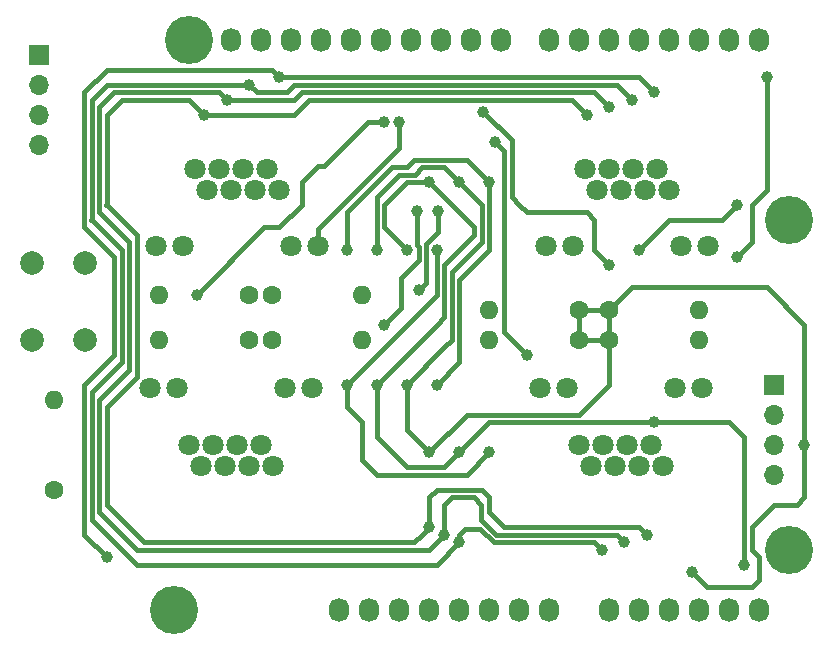
<source format=gbr>
G04 #@! TF.FileFunction,Copper,L1,Top,Signal*
%FSLAX46Y46*%
G04 Gerber Fmt 4.6, Leading zero omitted, Abs format (unit mm)*
G04 Created by KiCad (PCBNEW 4.0.6) date 12/30/17 02:29:20*
%MOMM*%
%LPD*%
G01*
G04 APERTURE LIST*
%ADD10C,0.100000*%
%ADD11O,1.727200X2.032000*%
%ADD12C,4.064000*%
%ADD13R,1.700000X1.700000*%
%ADD14O,1.700000X1.700000*%
%ADD15C,1.800000*%
%ADD16C,1.600000*%
%ADD17O,1.600000X1.600000*%
%ADD18C,2.000000*%
%ADD19C,1.000000*%
%ADD20C,0.400000*%
G04 APERTURE END LIST*
D10*
D11*
X138938000Y-123825000D03*
X141478000Y-123825000D03*
X144018000Y-123825000D03*
X146558000Y-123825000D03*
X149098000Y-123825000D03*
X151638000Y-123825000D03*
X154178000Y-123825000D03*
X156718000Y-123825000D03*
X161798000Y-123825000D03*
X164338000Y-123825000D03*
X166878000Y-123825000D03*
X169418000Y-123825000D03*
X171958000Y-123825000D03*
X174498000Y-123825000D03*
X129794000Y-75565000D03*
X132334000Y-75565000D03*
X134874000Y-75565000D03*
X137414000Y-75565000D03*
X139954000Y-75565000D03*
X142494000Y-75565000D03*
X145034000Y-75565000D03*
X147574000Y-75565000D03*
X150114000Y-75565000D03*
X152654000Y-75565000D03*
X156718000Y-75565000D03*
X159258000Y-75565000D03*
X161798000Y-75565000D03*
X164338000Y-75565000D03*
X166878000Y-75565000D03*
X169418000Y-75565000D03*
X171958000Y-75565000D03*
X174498000Y-75565000D03*
D12*
X124968000Y-123825000D03*
X177038000Y-118745000D03*
X126238000Y-75565000D03*
X177038000Y-90805000D03*
D13*
X175768000Y-104775000D03*
D14*
X175768000Y-107315000D03*
X175768000Y-109855000D03*
X175768000Y-112395000D03*
D15*
X132838000Y-86485000D03*
X133858000Y-88265000D03*
X130798000Y-86485000D03*
X131818000Y-88265000D03*
X128758000Y-86485000D03*
X129778000Y-88265000D03*
X126718000Y-86485000D03*
X127738000Y-88265000D03*
X134858000Y-93075000D03*
X137148000Y-93075000D03*
X123428000Y-93075000D03*
X125718000Y-93075000D03*
X127258000Y-111635000D03*
X126238000Y-109855000D03*
X129298000Y-111635000D03*
X128278000Y-109855000D03*
X131338000Y-111635000D03*
X130318000Y-109855000D03*
X133378000Y-111635000D03*
X132358000Y-109855000D03*
X125238000Y-105045000D03*
X122948000Y-105045000D03*
X136668000Y-105045000D03*
X134378000Y-105045000D03*
X160278000Y-111635000D03*
X159258000Y-109855000D03*
X162318000Y-111635000D03*
X161298000Y-109855000D03*
X164358000Y-111635000D03*
X163338000Y-109855000D03*
X166398000Y-111635000D03*
X165378000Y-109855000D03*
X158258000Y-105045000D03*
X155968000Y-105045000D03*
X169688000Y-105045000D03*
X167398000Y-105045000D03*
X165858000Y-86485000D03*
X166878000Y-88265000D03*
X163818000Y-86485000D03*
X164838000Y-88265000D03*
X161778000Y-86485000D03*
X162798000Y-88265000D03*
X159738000Y-86485000D03*
X160758000Y-88265000D03*
X167878000Y-93075000D03*
X170168000Y-93075000D03*
X156448000Y-93075000D03*
X158738000Y-93075000D03*
D13*
X113538000Y-76835000D03*
D14*
X113538000Y-79375000D03*
X113538000Y-81915000D03*
X113538000Y-84455000D03*
D16*
X114808000Y-113665000D03*
D17*
X114808000Y-106045000D03*
D16*
X131318000Y-97155000D03*
D17*
X123698000Y-97155000D03*
D16*
X133223000Y-97155000D03*
D17*
X140843000Y-97155000D03*
D16*
X133223000Y-100965000D03*
D17*
X140843000Y-100965000D03*
D16*
X131318000Y-100965000D03*
D17*
X123698000Y-100965000D03*
D16*
X161798000Y-100965000D03*
D17*
X169418000Y-100965000D03*
D16*
X159258000Y-100965000D03*
D17*
X151638000Y-100965000D03*
D16*
X159258000Y-98425000D03*
D17*
X151638000Y-98425000D03*
D16*
X161798000Y-98425000D03*
D17*
X169418000Y-98425000D03*
D18*
X117403000Y-100965000D03*
X112903000Y-100965000D03*
X117403000Y-94465000D03*
X112903000Y-94465000D03*
D19*
X168783000Y-120650000D03*
X178308000Y-109855000D03*
X142113000Y-93345000D03*
X146558000Y-110490000D03*
X149098000Y-87630000D03*
X144653000Y-104775000D03*
X147193000Y-93345000D03*
X151638000Y-110490000D03*
X139573000Y-104775000D03*
X139573000Y-93345000D03*
X151638000Y-87630000D03*
X147193000Y-104775000D03*
X173228000Y-120015000D03*
X165608000Y-107950000D03*
X144653000Y-93345000D03*
X149098000Y-110490000D03*
X146558000Y-87630000D03*
X142113000Y-104775000D03*
X161798000Y-94615000D03*
X151130000Y-81661000D03*
X152146000Y-84201000D03*
X154813000Y-102235000D03*
X164338000Y-93345000D03*
X172593000Y-89535000D03*
X172593000Y-93980000D03*
X175133000Y-78740000D03*
X126873000Y-97155000D03*
X142748000Y-82550000D03*
X145669000Y-96774000D03*
X147320000Y-90043000D03*
X144018000Y-82550000D03*
X142748000Y-99695000D03*
X145542000Y-90043000D03*
X119253000Y-119380000D03*
X133858000Y-78740000D03*
X165608000Y-80010000D03*
X149098000Y-118110000D03*
X131318000Y-79375000D03*
X163703000Y-80645000D03*
X161163000Y-118745000D03*
X147828000Y-117475000D03*
X129413000Y-80645000D03*
X161798000Y-81280000D03*
X163068000Y-118110000D03*
X127508000Y-81915000D03*
X159893000Y-81915000D03*
X164973000Y-117475000D03*
X146558000Y-116840000D03*
D20*
X161798000Y-100965000D02*
X161798000Y-104775000D01*
X149733000Y-107315000D02*
X146558000Y-110490000D01*
X159258000Y-107315000D02*
X149733000Y-107315000D01*
X161798000Y-104775000D02*
X159258000Y-107315000D01*
X146558000Y-86360000D02*
X145957998Y-86360000D01*
X145322998Y-86995000D02*
X144018000Y-86995000D01*
X145957998Y-86360000D02*
X145322998Y-86995000D01*
X159258000Y-98425000D02*
X161798000Y-98425000D01*
X178308000Y-109855000D02*
X178308000Y-99695000D01*
X178308000Y-99695000D02*
X175133000Y-96520000D01*
X175133000Y-96520000D02*
X163703000Y-96520000D01*
X163703000Y-96520000D02*
X161798000Y-98425000D01*
X168783000Y-120650000D02*
X170053000Y-121920000D01*
X170053000Y-121920000D02*
X173863000Y-121920000D01*
X173863000Y-121920000D02*
X174498000Y-121285000D01*
X174498000Y-121285000D02*
X174498000Y-119380000D01*
X174498000Y-119380000D02*
X173863000Y-118745000D01*
X173863000Y-118745000D02*
X173863000Y-116840000D01*
X173863000Y-116840000D02*
X175768000Y-114935000D01*
X175768000Y-114935000D02*
X177673000Y-114935000D01*
X177673000Y-114935000D02*
X178308000Y-114300000D01*
X178308000Y-114300000D02*
X178308000Y-109855000D01*
X161798000Y-98425000D02*
X161798000Y-100965000D01*
X159258000Y-100965000D02*
X161798000Y-100965000D01*
X159258000Y-98425000D02*
X159258000Y-100965000D01*
X142113000Y-93345000D02*
X142113000Y-88900000D01*
X142113000Y-88900000D02*
X144018000Y-86995000D01*
X147828000Y-86360000D02*
X149098000Y-87630000D01*
X146558000Y-86360000D02*
X147828000Y-86360000D01*
X144653000Y-104775000D02*
X144653000Y-107950000D01*
X144653000Y-108585000D02*
X146558000Y-110490000D01*
X144653000Y-107950000D02*
X144653000Y-108585000D01*
X148463000Y-95250000D02*
X148463000Y-100965000D01*
X151003000Y-89535000D02*
X151003000Y-92710000D01*
X151003000Y-92710000D02*
X148463000Y-95250000D01*
X147828000Y-101600000D02*
X144653000Y-104775000D01*
X149098000Y-87630000D02*
X151003000Y-89535000D01*
X148463000Y-100965000D02*
X147828000Y-101600000D01*
X147193000Y-93345000D02*
X147193000Y-97155000D01*
X147193000Y-97155000D02*
X139573000Y-104775000D01*
X139573000Y-104775000D02*
X139573000Y-106680000D01*
X140843000Y-107950000D02*
X140843000Y-111125000D01*
X139573000Y-106680000D02*
X140843000Y-107950000D01*
X142113000Y-112395000D02*
X149733000Y-112395000D01*
X142113000Y-112395000D02*
X140843000Y-111125000D01*
X151638000Y-110490000D02*
X149733000Y-112395000D01*
X143383000Y-86360000D02*
X144653000Y-86360000D01*
X144653000Y-86360000D02*
X145288000Y-85725000D01*
X139573000Y-93345000D02*
X139573000Y-90170000D01*
X149733000Y-85725000D02*
X151638000Y-87630000D01*
X145288000Y-85725000D02*
X149733000Y-85725000D01*
X139573000Y-90170000D02*
X143383000Y-86360000D01*
X147193000Y-104775000D02*
X149098000Y-102870000D01*
X151638000Y-93345000D02*
X151638000Y-87630000D01*
X149098000Y-95885000D02*
X151638000Y-93345000D01*
X149098000Y-102870000D02*
X149098000Y-95885000D01*
X146558000Y-87630000D02*
X144653000Y-87630000D01*
X142748000Y-91440000D02*
X144653000Y-93345000D01*
X142748000Y-89535000D02*
X142748000Y-91440000D01*
X144653000Y-87630000D02*
X142748000Y-89535000D01*
X171958000Y-107950000D02*
X165608000Y-107950000D01*
X173228000Y-109220000D02*
X171958000Y-107950000D01*
X173228000Y-120015000D02*
X173228000Y-109220000D01*
X151638000Y-107950000D02*
X149098000Y-110490000D01*
X165608000Y-107950000D02*
X151638000Y-107950000D01*
X142113000Y-108585000D02*
X142113000Y-109220000D01*
X142113000Y-109220000D02*
X144653000Y-111760000D01*
X144653000Y-111760000D02*
X147828000Y-111760000D01*
X147828000Y-111760000D02*
X149098000Y-110490000D01*
X142113000Y-104775000D02*
X142113000Y-108585000D01*
X147828000Y-94615000D02*
X147828000Y-99060000D01*
X147828000Y-99060000D02*
X147193000Y-99695000D01*
X146558000Y-87630000D02*
X150368000Y-91440000D01*
X147193000Y-99695000D02*
X142113000Y-104775000D01*
X150368000Y-92075000D02*
X147828000Y-94615000D01*
X150368000Y-91440000D02*
X150368000Y-92075000D01*
X153543000Y-84455000D02*
X153543000Y-84074000D01*
X154143002Y-89535000D02*
X153543000Y-88934998D01*
X153543000Y-88934998D02*
X153543000Y-84455000D01*
X154813000Y-90170000D02*
X154178000Y-89535000D01*
X159893000Y-90170000D02*
X154813000Y-90170000D01*
X160528000Y-90805000D02*
X159893000Y-90170000D01*
X160528000Y-93345000D02*
X160528000Y-90805000D01*
X161798000Y-94615000D02*
X160528000Y-93345000D01*
X154178000Y-89535000D02*
X154143002Y-89535000D01*
X153543000Y-84074000D02*
X151130000Y-81661000D01*
X152908000Y-84963000D02*
X152146000Y-84201000D01*
X152908000Y-100330000D02*
X152908000Y-85725000D01*
X154813000Y-102235000D02*
X152908000Y-100330000D01*
X152908000Y-85725000D02*
X152908000Y-84963000D01*
X166878000Y-90805000D02*
X164338000Y-93345000D01*
X171323000Y-90805000D02*
X166878000Y-90805000D01*
X172593000Y-89535000D02*
X171323000Y-90805000D01*
X172593000Y-93980000D02*
X173863000Y-92710000D01*
X173863000Y-92710000D02*
X173863000Y-89535000D01*
X173863000Y-89535000D02*
X175133000Y-88265000D01*
X175133000Y-88265000D02*
X175133000Y-78740000D01*
X135763000Y-89535000D02*
X135763000Y-87630000D01*
X141351000Y-82550000D02*
X142748000Y-82550000D01*
X137668000Y-86233000D02*
X141351000Y-82550000D01*
X137160000Y-86233000D02*
X137668000Y-86233000D01*
X135763000Y-87630000D02*
X137160000Y-86233000D01*
X132588000Y-91440000D02*
X133858000Y-91440000D01*
X133858000Y-91440000D02*
X135763000Y-89535000D01*
X126873000Y-97155000D02*
X132588000Y-91440000D01*
X146269002Y-96173998D02*
X146269002Y-95342002D01*
X145669000Y-96774000D02*
X146269002Y-96173998D01*
X147320000Y-90043000D02*
X147320000Y-91821000D01*
X147320000Y-91821000D02*
X146269002Y-92871998D01*
X146269002Y-92871998D02*
X146269002Y-95342002D01*
X146269002Y-95342002D02*
X146269002Y-95377000D01*
X144018000Y-82550000D02*
X144018000Y-84709000D01*
X144018000Y-84709000D02*
X144018000Y-84455000D01*
X137148000Y-93075000D02*
X137148000Y-91579000D01*
X137148000Y-91579000D02*
X144018000Y-84709000D01*
X144145000Y-95758000D02*
X144145000Y-98298000D01*
X145669000Y-94234000D02*
X144145000Y-95758000D01*
X145542000Y-90043000D02*
X145542000Y-92964000D01*
X145542000Y-92964000D02*
X145669000Y-93091000D01*
X145669000Y-93091000D02*
X145669000Y-94234000D01*
X144145000Y-98298000D02*
X142748000Y-99695000D01*
X117348000Y-114935000D02*
X117348000Y-117475000D01*
X117348000Y-117475000D02*
X119253000Y-119380000D01*
X117348000Y-104775000D02*
X119888000Y-102235000D01*
X119888000Y-102235000D02*
X119888000Y-100965000D01*
X119888000Y-93980000D02*
X119888000Y-100965000D01*
X133858000Y-78740000D02*
X133223000Y-78105000D01*
X119253000Y-78105000D02*
X117348000Y-80010000D01*
X133223000Y-78105000D02*
X119253000Y-78105000D01*
X117348000Y-80010000D02*
X117348000Y-91440000D01*
X117348000Y-91440000D02*
X119888000Y-93980000D01*
X117348000Y-104775000D02*
X117348000Y-114935000D01*
X117348000Y-114935000D02*
X117348000Y-114900002D01*
X133858000Y-78740000D02*
X164338000Y-78740000D01*
X164338000Y-78740000D02*
X165608000Y-80010000D01*
X149098000Y-118110000D02*
X149098000Y-117475000D01*
X149608736Y-116964264D02*
X150878736Y-116964264D01*
X149098000Y-117475000D02*
X149608736Y-116964264D01*
X150878736Y-116964264D02*
X152024472Y-118110000D01*
X117983000Y-114935000D02*
X117983000Y-116205000D01*
X117983000Y-114935000D02*
X117983000Y-105410000D01*
X120523000Y-96520000D02*
X120523000Y-101600000D01*
X117983000Y-90839998D02*
X120523000Y-93379998D01*
X120523000Y-96520000D02*
X120523000Y-93379998D01*
X118017998Y-105410000D02*
X120523000Y-102904998D01*
X120523000Y-102904998D02*
X120523000Y-101600000D01*
X117983000Y-105410000D02*
X118017998Y-105410000D01*
X117983000Y-116205000D02*
X121793000Y-120015000D01*
X117983000Y-90839998D02*
X117948002Y-90839998D01*
X117948002Y-90839998D02*
X117983000Y-90839998D01*
X121793000Y-120015000D02*
X147193000Y-120015000D01*
X149098000Y-118110000D02*
X147193000Y-120015000D01*
X152024472Y-118110000D02*
X160528000Y-118110000D01*
X117983000Y-90839998D02*
X117983000Y-80645000D01*
X119253000Y-79375000D02*
X117983000Y-80645000D01*
X119253000Y-79375000D02*
X131318000Y-79375000D01*
X131318000Y-79375000D02*
X131953000Y-80010000D01*
X162433000Y-79375000D02*
X163703000Y-80645000D01*
X135128000Y-79375000D02*
X162433000Y-79375000D01*
X134493000Y-80010000D02*
X135128000Y-79375000D01*
X131953000Y-80010000D02*
X134493000Y-80010000D01*
X160528000Y-118110000D02*
X161163000Y-118745000D01*
X152273000Y-117475000D02*
X152238002Y-117475000D01*
X152238002Y-117475000D02*
X150968002Y-116205000D01*
X147828000Y-114935000D02*
X148463000Y-114300000D01*
X148463000Y-114300000D02*
X150333002Y-114300000D01*
X150333002Y-114300000D02*
X150968002Y-114935000D01*
X150968002Y-114935000D02*
X150968002Y-116205000D01*
X147828000Y-117475000D02*
X147828000Y-114935000D01*
X118618000Y-114935000D02*
X118618000Y-115570000D01*
X118618000Y-114935000D02*
X118618000Y-106045000D01*
X121158000Y-95885000D02*
X121158000Y-102235000D01*
X118618000Y-90204998D02*
X121158000Y-92744998D01*
X121158000Y-95885000D02*
X121158000Y-92744998D01*
X121158000Y-103505000D02*
X121158000Y-102235000D01*
X118618000Y-106045000D02*
X121158000Y-103505000D01*
X118618000Y-115570000D02*
X121793000Y-118745000D01*
X118618000Y-90204998D02*
X118583002Y-90204998D01*
X118583002Y-90204998D02*
X118618000Y-90204998D01*
X121793000Y-118745000D02*
X146558000Y-118745000D01*
X146558000Y-118745000D02*
X147828000Y-117475000D01*
X118618000Y-90204998D02*
X118618000Y-81280000D01*
X128778000Y-80010000D02*
X119888000Y-80010000D01*
X119888000Y-80010000D02*
X118618000Y-81280000D01*
X128778000Y-80010000D02*
X129413000Y-80645000D01*
X129413000Y-80645000D02*
X135128000Y-80645000D01*
X160528000Y-80010000D02*
X161798000Y-81280000D01*
X135763000Y-80010000D02*
X160528000Y-80010000D01*
X135128000Y-80645000D02*
X135763000Y-80010000D01*
X152273000Y-117475000D02*
X162433000Y-117475000D01*
X162433000Y-117475000D02*
X163068000Y-118110000D01*
X146558000Y-116840000D02*
X146558000Y-114300000D01*
X151638000Y-114300000D02*
X151638000Y-115570000D01*
X151003000Y-113665000D02*
X151638000Y-114300000D01*
X147193000Y-113665000D02*
X151003000Y-113665000D01*
X146558000Y-114300000D02*
X147193000Y-113665000D01*
X119253000Y-114935000D02*
X122428000Y-118110000D01*
X146558000Y-116840000D02*
X145923000Y-117475000D01*
X119253000Y-106680000D02*
X121793000Y-104140000D01*
X121793000Y-104140000D02*
X121793000Y-102870000D01*
X121793000Y-95250000D02*
X121793000Y-92109998D01*
X121793000Y-92109998D02*
X119253000Y-89569998D01*
X121793000Y-95250000D02*
X121793000Y-102870000D01*
X119253000Y-114935000D02*
X119253000Y-106680000D01*
X145288000Y-118110000D02*
X145923000Y-117475000D01*
X122428000Y-118110000D02*
X145288000Y-118110000D01*
X119253000Y-89569998D02*
X119218002Y-89569998D01*
X119218002Y-89569998D02*
X119253000Y-89569998D01*
X119253000Y-89569998D02*
X119253000Y-81915000D01*
X126238000Y-80645000D02*
X127508000Y-81915000D01*
X120523000Y-80645000D02*
X119253000Y-81915000D01*
X126238000Y-80645000D02*
X120523000Y-80645000D01*
X135128000Y-81915000D02*
X127508000Y-81915000D01*
X136398000Y-80645000D02*
X135128000Y-81915000D01*
X158623000Y-80645000D02*
X136398000Y-80645000D01*
X159893000Y-81915000D02*
X158623000Y-80645000D01*
X164973000Y-117475000D02*
X164338000Y-116840000D01*
X151638000Y-115570000D02*
X152908000Y-116840000D01*
X164338000Y-116840000D02*
X152908000Y-116840000D01*
M02*

</source>
